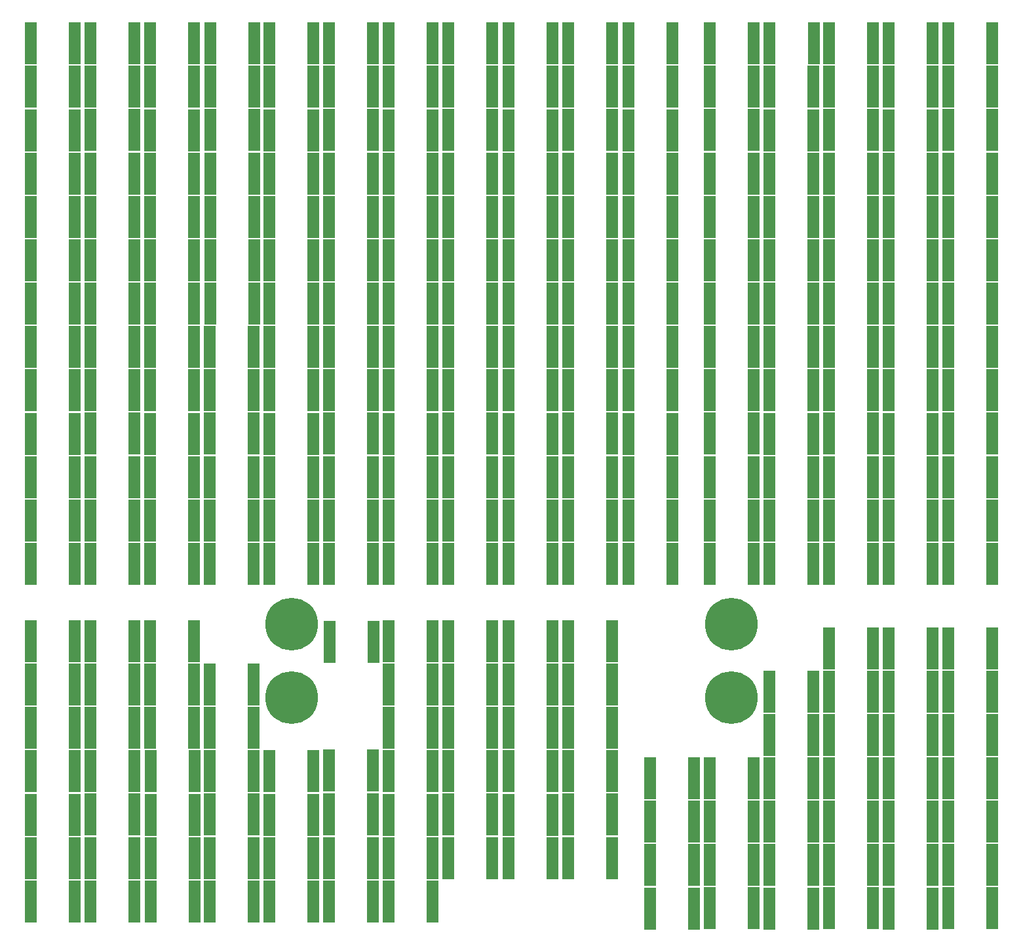
<source format=gbr>
G04 #@! TF.GenerationSoftware,KiCad,Pcbnew,(5.0.0)*
G04 #@! TF.CreationDate,2019-05-01T16:30:08-07:00*
G04 #@! TF.ProjectId,SSB Cap Board,5353422043617020426F6172642E6B69,rev?*
G04 #@! TF.SameCoordinates,Original*
G04 #@! TF.FileFunction,Soldermask,Top*
G04 #@! TF.FilePolarity,Negative*
%FSLAX46Y46*%
G04 Gerber Fmt 4.6, Leading zero omitted, Abs format (unit mm)*
G04 Created by KiCad (PCBNEW (5.0.0)) date 05/01/19 16:30:08*
%MOMM*%
%LPD*%
G01*
G04 APERTURE LIST*
%ADD10R,1.650000X5.400000*%
%ADD11C,6.800000*%
%ADD12C,1.200000*%
G04 APERTURE END LIST*
D10*
G04 #@! TO.C,C864*
X54395000Y25295000D03*
X48695000Y25295000D03*
G04 #@! TD*
G04 #@! TO.C,C849*
X56405000Y25305000D03*
X62105000Y25305000D03*
G04 #@! TD*
G04 #@! TO.C,C846*
X38995000Y25295000D03*
X33295000Y25295000D03*
G04 #@! TD*
G04 #@! TO.C,C967*
X41005000Y25305000D03*
X46705000Y25305000D03*
G04 #@! TD*
G04 #@! TO.C,C343*
X-41005000Y31795000D03*
X-46705000Y31795000D03*
G04 #@! TD*
G04 #@! TO.C,C337*
X-8195000Y109005000D03*
X-2495000Y109005000D03*
G04 #@! TD*
G04 #@! TO.C,C1*
X-41005000Y52995000D03*
X-46705000Y52995000D03*
G04 #@! TD*
G04 #@! TO.C,C326*
X-10205000Y108995000D03*
X-15905000Y108995000D03*
G04 #@! TD*
G04 #@! TO.C,C273*
X-54395000Y9405000D03*
X-48695000Y9405000D03*
G04 #@! TD*
G04 #@! TO.C,C264*
X-8195000Y3805000D03*
X-2495000Y3805000D03*
G04 #@! TD*
G04 #@! TO.C,C262*
X-56405000Y26195000D03*
X-62105000Y26195000D03*
G04 #@! TD*
G04 #@! TO.C,C261*
X-54395000Y-1795000D03*
X-48695000Y-1795000D03*
G04 #@! TD*
G04 #@! TO.C,C260*
X-25605000Y9395000D03*
X-31305000Y9395000D03*
G04 #@! TD*
G04 #@! TO.C,C259*
X-40905000Y14995000D03*
X-46605000Y14995000D03*
G04 #@! TD*
G04 #@! TO.C,C258*
X-38995000Y20605000D03*
X-33295000Y20605000D03*
G04 #@! TD*
G04 #@! TO.C,C257*
X-23595000Y-1795000D03*
X-17895000Y-1795000D03*
G04 #@! TD*
G04 #@! TO.C,C255*
X5295000Y108995000D03*
X-405000Y108995000D03*
G04 #@! TD*
G04 #@! TO.C,C314*
X-56405000Y20595000D03*
X-62105000Y20595000D03*
G04 #@! TD*
G04 #@! TO.C,C266*
X-54395000Y3805000D03*
X-48695000Y3805000D03*
G04 #@! TD*
G04 #@! TO.C,C265*
X-25605000Y3795000D03*
X-31305000Y3795000D03*
G04 #@! TD*
G04 #@! TO.C,C311*
X-40905000Y9395000D03*
X-46605000Y9395000D03*
G04 #@! TD*
G04 #@! TO.C,C310*
X-38995000Y26205000D03*
X-33295000Y26205000D03*
G04 #@! TD*
G04 #@! TO.C,C309*
X-23595000Y3805000D03*
X-17895000Y3805000D03*
G04 #@! TD*
G04 #@! TO.C,C308*
X-56405000Y86595000D03*
X-62105000Y86595000D03*
G04 #@! TD*
G04 #@! TO.C,C304*
X-56405000Y14995000D03*
X-62105000Y14995000D03*
G04 #@! TD*
G04 #@! TO.C,C303*
X-23595000Y109005000D03*
X-17895000Y109005000D03*
G04 #@! TD*
G04 #@! TO.C,C302*
X-25605000Y-1805000D03*
X-31305000Y-1805000D03*
G04 #@! TD*
G04 #@! TO.C,C301*
X-40905000Y3795000D03*
X-46605000Y3795000D03*
G04 #@! TD*
G04 #@! TO.C,C283*
X-38995000Y-1795000D03*
X-33295000Y-1795000D03*
G04 #@! TD*
G04 #@! TO.C,C282*
X-56405000Y80995000D03*
X-62105000Y80995000D03*
G04 #@! TD*
G04 #@! TO.C,C295*
X-56405000Y9395000D03*
X-62105000Y9395000D03*
G04 #@! TD*
G04 #@! TO.C,C294*
X-54395000Y15005000D03*
X-48695000Y15005000D03*
G04 #@! TD*
G04 #@! TO.C,C293*
X-23595000Y9405000D03*
X-17895000Y9405000D03*
G04 #@! TD*
G04 #@! TO.C,C292*
X-10205000Y31795000D03*
X-15905000Y31795000D03*
G04 #@! TD*
G04 #@! TO.C,C289*
X-56405000Y75395000D03*
X-62105000Y75395000D03*
G04 #@! TD*
G04 #@! TO.C,C287*
X-56405000Y3795000D03*
X-62105000Y3795000D03*
G04 #@! TD*
G04 #@! TO.C,C286*
X-54395000Y20605000D03*
X-48695000Y20605000D03*
G04 #@! TD*
G04 #@! TO.C,C285*
X-23595000Y15105000D03*
X-17895000Y15105000D03*
G04 #@! TD*
G04 #@! TO.C,C284*
X-10211000Y26195000D03*
X-15911000Y26195000D03*
G04 #@! TD*
G04 #@! TO.C,C299*
X-8195000Y9405000D03*
X-2495000Y9405000D03*
G04 #@! TD*
G04 #@! TO.C,C298*
X7305000Y3805000D03*
X13005000Y3805000D03*
G04 #@! TD*
G04 #@! TO.C,C281*
X-56405000Y69795000D03*
X-62105000Y69795000D03*
G04 #@! TD*
G04 #@! TO.C,C296*
X-56405000Y-1805000D03*
X-62105000Y-1805000D03*
G04 #@! TD*
G04 #@! TO.C,C377*
X-54395000Y26205000D03*
X-48695000Y26205000D03*
G04 #@! TD*
G04 #@! TO.C,C399*
X-10205000Y20595000D03*
X-15905000Y20595000D03*
G04 #@! TD*
G04 #@! TO.C,C398*
X-8195000Y15005000D03*
X-2495000Y15005000D03*
G04 #@! TD*
G04 #@! TO.C,C397*
X7305000Y9405000D03*
X13005000Y9405000D03*
G04 #@! TD*
G04 #@! TO.C,C396*
X-56405000Y64195000D03*
X-62105000Y64195000D03*
G04 #@! TD*
G04 #@! TO.C,C395*
X-54395000Y31805000D03*
X-48695000Y31805000D03*
G04 #@! TD*
G04 #@! TO.C,C390*
X-10205000Y14995000D03*
X-15905000Y14995000D03*
G04 #@! TD*
G04 #@! TO.C,C389*
X-8195000Y20605000D03*
X-2495000Y20605000D03*
G04 #@! TD*
G04 #@! TO.C,C388*
X7305000Y15005000D03*
X13005000Y15005000D03*
G04 #@! TD*
G04 #@! TO.C,C387*
X-56405000Y58595000D03*
X-62105000Y58595000D03*
G04 #@! TD*
G04 #@! TO.C,C386*
X-23504500Y31741500D03*
X-17804500Y31741500D03*
G04 #@! TD*
G04 #@! TO.C,C385*
X-10205000Y9395000D03*
X-15905000Y9395000D03*
G04 #@! TD*
G04 #@! TO.C,C384*
X-8195000Y26205000D03*
X-2495000Y26205000D03*
G04 #@! TD*
G04 #@! TO.C,C383*
X7305000Y20605000D03*
X13005000Y20605000D03*
G04 #@! TD*
G04 #@! TO.C,C382*
X-56405000Y52995000D03*
X-62105000Y52995000D03*
G04 #@! TD*
G04 #@! TO.C,C381*
X-10205000Y3795000D03*
X-15905000Y3795000D03*
G04 #@! TD*
G04 #@! TO.C,C380*
X-8195000Y31805000D03*
X-2495000Y31805000D03*
G04 #@! TD*
G04 #@! TO.C,C379*
X7305000Y26205000D03*
X13005000Y26205000D03*
G04 #@! TD*
G04 #@! TO.C,C378*
X-56405000Y47395000D03*
X-62105000Y47395000D03*
G04 #@! TD*
G04 #@! TO.C,C392*
X7305000Y31805000D03*
X13005000Y31805000D03*
G04 #@! TD*
G04 #@! TO.C,C93*
X-25605000Y58595000D03*
X-31305000Y58595000D03*
G04 #@! TD*
G04 #@! TO.C,C92*
X-38895000Y92205000D03*
X-33195000Y92205000D03*
G04 #@! TD*
G04 #@! TO.C,C91*
X-41005000Y47395000D03*
X-46705000Y47395000D03*
G04 #@! TD*
G04 #@! TO.C,C90*
X-54395000Y103405000D03*
X-48695000Y103405000D03*
G04 #@! TD*
G04 #@! TO.C,C89*
X-23595000Y47405000D03*
X-17895000Y47405000D03*
G04 #@! TD*
G04 #@! TO.C,C88*
X-10205000Y92195000D03*
X-15905000Y92195000D03*
G04 #@! TD*
G04 #@! TO.C,C87*
X-8195000Y58605000D03*
X-2495000Y58605000D03*
G04 #@! TD*
G04 #@! TO.C,C86*
X5295000Y80995000D03*
X-405000Y80995000D03*
G04 #@! TD*
G04 #@! TO.C,C85*
X7305000Y69805000D03*
X13005000Y69805000D03*
G04 #@! TD*
G04 #@! TO.C,C84*
X20795000Y69795000D03*
X15095000Y69795000D03*
G04 #@! TD*
G04 #@! TO.C,C83*
X-25605000Y64195000D03*
X-31305000Y64195000D03*
G04 #@! TD*
G04 #@! TO.C,C82*
X-38895000Y86605000D03*
X-33195000Y86605000D03*
G04 #@! TD*
G04 #@! TO.C,C81*
X-38895000Y81005000D03*
X-33195000Y81005000D03*
G04 #@! TD*
G04 #@! TO.C,C80*
X20795000Y64195000D03*
X15095000Y64195000D03*
G04 #@! TD*
G04 #@! TO.C,C251*
X-38995000Y3805000D03*
X-33295000Y3805000D03*
G04 #@! TD*
G04 #@! TO.C,C78*
X-25605000Y69795000D03*
X-31305000Y69795000D03*
G04 #@! TD*
G04 #@! TO.C,C77*
X20795000Y75395000D03*
X15095000Y75395000D03*
G04 #@! TD*
G04 #@! TO.C,C76*
X7305000Y64205000D03*
X13005000Y64205000D03*
G04 #@! TD*
G04 #@! TO.C,C75*
X-41005000Y58595000D03*
X-46705000Y58595000D03*
G04 #@! TD*
G04 #@! TO.C,C74*
X5295000Y86595000D03*
X-405000Y86595000D03*
G04 #@! TD*
G04 #@! TO.C,C73*
X-8195000Y53005000D03*
X-2495000Y53005000D03*
G04 #@! TD*
G04 #@! TO.C,C72*
X-10205000Y97795000D03*
X-15905000Y97795000D03*
G04 #@! TD*
G04 #@! TO.C,C71*
X5295000Y3795000D03*
X-405000Y3795000D03*
G04 #@! TD*
G04 #@! TO.C,C70*
X-54395000Y97805000D03*
X-48695000Y97805000D03*
G04 #@! TD*
G04 #@! TO.C,C68*
X-23595000Y41805000D03*
X-17895000Y41805000D03*
G04 #@! TD*
G04 #@! TO.C,C252*
X-56405000Y41795000D03*
X-62105000Y41795000D03*
G04 #@! TD*
G04 #@! TO.C,C120*
X-41005000Y108995000D03*
X-46705000Y108995000D03*
G04 #@! TD*
G04 #@! TO.C,C119*
X-56405000Y103395000D03*
X-62105000Y103395000D03*
G04 #@! TD*
G04 #@! TO.C,C118*
X-54395000Y69805000D03*
X-48695000Y69805000D03*
G04 #@! TD*
G04 #@! TO.C,C108*
X5295000Y31795000D03*
X-405000Y31795000D03*
G04 #@! TD*
G04 #@! TO.C,C106*
X-41005000Y103395000D03*
X-46705000Y103395000D03*
G04 #@! TD*
G04 #@! TO.C,C105*
X-56405000Y92195000D03*
X-62105000Y92195000D03*
G04 #@! TD*
G04 #@! TO.C,C97*
X-38895000Y109005000D03*
X-33195000Y109005000D03*
G04 #@! TD*
G04 #@! TO.C,C96*
X-41005000Y97795000D03*
X-46705000Y97795000D03*
G04 #@! TD*
G04 #@! TO.C,C95*
X-54395000Y47405000D03*
X-48695000Y47405000D03*
G04 #@! TD*
G04 #@! TO.C,C110*
X-25605000Y108995000D03*
X-31305000Y108995000D03*
G04 #@! TD*
G04 #@! TO.C,C23*
X20795000Y108995000D03*
X15095000Y108995000D03*
G04 #@! TD*
G04 #@! TO.C,C22*
X-54395000Y53005000D03*
X-48695000Y53005000D03*
G04 #@! TD*
G04 #@! TO.C,C16*
X-54395000Y58605000D03*
X-48695000Y58605000D03*
G04 #@! TD*
G04 #@! TO.C,C62*
X-41005000Y92195000D03*
X-46705000Y92195000D03*
G04 #@! TD*
G04 #@! TO.C,C2*
X-38995000Y47405000D03*
X-33295000Y47405000D03*
G04 #@! TD*
G04 #@! TO.C,C3*
X20795000Y103395000D03*
X15095000Y103395000D03*
G04 #@! TD*
G04 #@! TO.C,C4*
X-25605000Y103395000D03*
X-31305000Y103395000D03*
G04 #@! TD*
G04 #@! TO.C,C10*
X-10205000Y-1805000D03*
X-15905000Y-1805000D03*
G04 #@! TD*
G04 #@! TO.C,C11*
X-54395000Y64205000D03*
X-48695000Y64205000D03*
G04 #@! TD*
G04 #@! TO.C,C12*
X-41005000Y86595000D03*
X-46705000Y86595000D03*
G04 #@! TD*
G04 #@! TO.C,C13*
X-38995000Y53005000D03*
X-33295000Y53005000D03*
G04 #@! TD*
G04 #@! TO.C,C14*
X-25605000Y97795000D03*
X-31305000Y97795000D03*
G04 #@! TD*
G04 #@! TO.C,C15*
X-54395000Y75405000D03*
X-48695000Y75405000D03*
G04 #@! TD*
G04 #@! TO.C,C31*
X-41005000Y80995000D03*
X-46705000Y80995000D03*
G04 #@! TD*
G04 #@! TO.C,C61*
X-38995000Y58605000D03*
X-33295000Y58605000D03*
G04 #@! TD*
G04 #@! TO.C,C60*
X-25605000Y92195000D03*
X-31305000Y92195000D03*
G04 #@! TD*
G04 #@! TO.C,C59*
X20795000Y97795000D03*
X15095000Y97795000D03*
G04 #@! TD*
G04 #@! TO.C,C53*
X5295000Y26195000D03*
X-405000Y26195000D03*
G04 #@! TD*
G04 #@! TO.C,C51*
X-41005000Y75395000D03*
X-46705000Y75395000D03*
G04 #@! TD*
G04 #@! TO.C,C50*
X-38995000Y64205000D03*
X-33295000Y64205000D03*
G04 #@! TD*
G04 #@! TO.C,C49*
X-25605000Y86595000D03*
X-31305000Y86595000D03*
G04 #@! TD*
G04 #@! TO.C,C63*
X20795000Y92195000D03*
X15095000Y92195000D03*
G04 #@! TD*
G04 #@! TO.C,C47*
X7305000Y47405000D03*
X13005000Y47405000D03*
G04 #@! TD*
G04 #@! TO.C,C45*
X5295000Y103395000D03*
X-405000Y103395000D03*
G04 #@! TD*
G04 #@! TO.C,C44*
X7305000Y41805000D03*
X13005000Y41805000D03*
G04 #@! TD*
G04 #@! TO.C,C43*
X-38995000Y41805000D03*
X-33295000Y41805000D03*
G04 #@! TD*
G04 #@! TO.C,C41*
X-8195000Y41805000D03*
X-2495000Y41805000D03*
G04 #@! TD*
G04 #@! TO.C,C40*
X-10205000Y103395000D03*
X-15905000Y103395000D03*
G04 #@! TD*
G04 #@! TO.C,C39*
X5295000Y9395000D03*
X-405000Y9395000D03*
G04 #@! TD*
G04 #@! TO.C,C38*
X-8195000Y69805000D03*
X-2495000Y69805000D03*
G04 #@! TD*
G04 #@! TO.C,C37*
X5295000Y58595000D03*
X-405000Y58595000D03*
G04 #@! TD*
G04 #@! TO.C,C36*
X-8195000Y81005000D03*
X-2495000Y81005000D03*
G04 #@! TD*
G04 #@! TO.C,C35*
X-10205000Y69795000D03*
X-15905000Y69795000D03*
G04 #@! TD*
G04 #@! TO.C,C34*
X-23595000Y69805000D03*
X-17895000Y69805000D03*
G04 #@! TD*
G04 #@! TO.C,C94*
X20795000Y41795000D03*
X15095000Y41795000D03*
G04 #@! TD*
G04 #@! TO.C,C32*
X7305000Y97805000D03*
X13005000Y97805000D03*
G04 #@! TD*
G04 #@! TO.C,C33*
X5295000Y52995000D03*
X-405000Y52995000D03*
G04 #@! TD*
G04 #@! TO.C,C46*
X-23595000Y86605000D03*
X-17895000Y86605000D03*
G04 #@! TD*
G04 #@! TO.C,C215*
X-40905000Y-1805000D03*
X-46605000Y-1805000D03*
G04 #@! TD*
G04 #@! TO.C,C213*
X-38995000Y15005000D03*
X-33295000Y15005000D03*
G04 #@! TD*
G04 #@! TO.C,C212*
X-41005000Y20595000D03*
X-46705000Y20595000D03*
G04 #@! TD*
G04 #@! TO.C,C211*
X-25605000Y14995000D03*
X-31305000Y14995000D03*
G04 #@! TD*
G04 #@! TO.C,C209*
X-56405000Y31795000D03*
X-62105000Y31795000D03*
G04 #@! TD*
G04 #@! TO.C,C125*
X-10205000Y64195000D03*
X-15905000Y64195000D03*
G04 #@! TD*
G04 #@! TO.C,C203*
X-38995000Y9405000D03*
X-33295000Y9405000D03*
G04 #@! TD*
G04 #@! TO.C,C201*
X-41005000Y26195000D03*
X-46705000Y26195000D03*
G04 #@! TD*
G04 #@! TO.C,C200*
X-23595000Y75405000D03*
X-17895000Y75405000D03*
G04 #@! TD*
G04 #@! TO.C,C199*
X7305000Y103405000D03*
X13005000Y103405000D03*
G04 #@! TD*
G04 #@! TO.C,C198*
X-23595000Y103405000D03*
X-17895000Y103405000D03*
G04 #@! TD*
G04 #@! TO.C,C197*
X-8195000Y92205000D03*
X-2495000Y92205000D03*
G04 #@! TD*
G04 #@! TO.C,C196*
X-10205000Y58595000D03*
X-15905000Y58595000D03*
G04 #@! TD*
G04 #@! TO.C,C195*
X-23595000Y81005000D03*
X-17895000Y81005000D03*
G04 #@! TD*
G04 #@! TO.C,C194*
X5295000Y41795000D03*
X-405000Y41795000D03*
G04 #@! TD*
G04 #@! TO.C,C193*
X-8195000Y97805000D03*
X-2495000Y97805000D03*
G04 #@! TD*
G04 #@! TO.C,C192*
X-10205000Y52995000D03*
X-15905000Y52995000D03*
G04 #@! TD*
G04 #@! TO.C,C191*
X-8195000Y86605000D03*
X-2495000Y86605000D03*
G04 #@! TD*
G04 #@! TO.C,C190*
X5295000Y20595000D03*
X-405000Y20595000D03*
G04 #@! TD*
G04 #@! TO.C,C126*
X-54395000Y81005000D03*
X-48695000Y81005000D03*
G04 #@! TD*
G04 #@! TO.C,C48*
X-41005000Y69795000D03*
X-46705000Y69795000D03*
G04 #@! TD*
G04 #@! TO.C,C155*
X-25605000Y80995000D03*
X-31305000Y80995000D03*
G04 #@! TD*
G04 #@! TO.C,C154*
X20795000Y86595000D03*
X15095000Y86595000D03*
G04 #@! TD*
G04 #@! TO.C,C153*
X7305000Y53005000D03*
X13005000Y53005000D03*
G04 #@! TD*
G04 #@! TO.C,C152*
X5295000Y97795000D03*
X-405000Y97795000D03*
G04 #@! TD*
G04 #@! TO.C,C149*
X-54395000Y92205000D03*
X-48695000Y92205000D03*
G04 #@! TD*
G04 #@! TO.C,C148*
X5295000Y14995000D03*
X-405000Y14995000D03*
G04 #@! TD*
G04 #@! TO.C,C147*
X-54395000Y86605000D03*
X-48695000Y86605000D03*
G04 #@! TD*
G04 #@! TO.C,C146*
X-41005000Y64195000D03*
X-46705000Y64195000D03*
G04 #@! TD*
G04 #@! TO.C,C145*
X-38895000Y75405000D03*
X-33195000Y75405000D03*
G04 #@! TD*
G04 #@! TO.C,C144*
X-25605000Y75395000D03*
X-31305000Y75395000D03*
G04 #@! TD*
G04 #@! TO.C,C143*
X20795000Y80995000D03*
X15095000Y80995000D03*
G04 #@! TD*
G04 #@! TO.C,C142*
X7305000Y58605000D03*
X13005000Y58605000D03*
G04 #@! TD*
G04 #@! TO.C,C188*
X5295000Y92195000D03*
X-405000Y92195000D03*
G04 #@! TD*
G04 #@! TO.C,C140*
X-8195000Y47405000D03*
X-2495000Y47405000D03*
G04 #@! TD*
G04 #@! TO.C,C139*
X-23595000Y53005000D03*
X-17895000Y53005000D03*
G04 #@! TD*
G04 #@! TO.C,C138*
X20795000Y52995000D03*
X15095000Y52995000D03*
G04 #@! TD*
G04 #@! TO.C,C137*
X7305000Y86605000D03*
X13005000Y86605000D03*
G04 #@! TD*
G04 #@! TO.C,C136*
X5295000Y64195000D03*
X-405000Y64195000D03*
G04 #@! TD*
G04 #@! TO.C,C135*
X-8195000Y75405000D03*
X-2495000Y75405000D03*
G04 #@! TD*
G04 #@! TO.C,C134*
X-10205000Y75395000D03*
X-15905000Y75395000D03*
G04 #@! TD*
G04 #@! TO.C,C133*
X-23595000Y64205000D03*
X-17895000Y64205000D03*
G04 #@! TD*
G04 #@! TO.C,C132*
X-25605000Y41795000D03*
X-31305000Y41795000D03*
G04 #@! TD*
G04 #@! TO.C,C131*
X20795000Y47395000D03*
X15095000Y47395000D03*
G04 #@! TD*
G04 #@! TO.C,C128*
X7305000Y109005000D03*
X13005000Y109005000D03*
G04 #@! TD*
G04 #@! TO.C,C127*
X-54395000Y109005000D03*
X-48695000Y109005000D03*
G04 #@! TD*
G04 #@! TO.C,C189*
X-56405000Y97795000D03*
X-62105000Y97795000D03*
G04 #@! TD*
G04 #@! TO.C,C180*
X-54395000Y41805000D03*
X-48695000Y41805000D03*
G04 #@! TD*
G04 #@! TO.C,C179*
X-8195000Y103405000D03*
X-2495000Y103405000D03*
G04 #@! TD*
G04 #@! TO.C,C178*
X-10205000Y47395000D03*
X-15905000Y47395000D03*
G04 #@! TD*
G04 #@! TO.C,C177*
X-23595000Y92205000D03*
X-17895000Y92205000D03*
G04 #@! TD*
G04 #@! TO.C,C176*
X-10205000Y41795000D03*
X-15905000Y41795000D03*
G04 #@! TD*
G04 #@! TO.C,C175*
X-23595000Y97805000D03*
X-17895000Y97805000D03*
G04 #@! TD*
G04 #@! TO.C,C157*
X5295000Y47395000D03*
X-405000Y47395000D03*
G04 #@! TD*
G04 #@! TO.C,C156*
X7305000Y75405000D03*
X13005000Y75405000D03*
G04 #@! TD*
G04 #@! TO.C,C171*
X5295000Y75395000D03*
X-405000Y75395000D03*
G04 #@! TD*
G04 #@! TO.C,C170*
X-8195000Y64205000D03*
X-2495000Y64205000D03*
G04 #@! TD*
G04 #@! TO.C,C169*
X-10205000Y86595000D03*
X-15905000Y86595000D03*
G04 #@! TD*
G04 #@! TO.C,C168*
X-25605000Y47395000D03*
X-31305000Y47395000D03*
G04 #@! TD*
G04 #@! TO.C,C167*
X-41005000Y41795000D03*
X-46705000Y41795000D03*
G04 #@! TD*
G04 #@! TO.C,C166*
X-38895000Y97805000D03*
X-33195000Y97805000D03*
G04 #@! TD*
G04 #@! TO.C,C165*
X-25605000Y52995000D03*
X-31305000Y52995000D03*
G04 #@! TD*
G04 #@! TO.C,C164*
X20795000Y58595000D03*
X15095000Y58595000D03*
G04 #@! TD*
G04 #@! TO.C,C163*
X7305000Y81005000D03*
X13005000Y81005000D03*
G04 #@! TD*
G04 #@! TO.C,C162*
X5295000Y69795000D03*
X-405000Y69795000D03*
G04 #@! TD*
G04 #@! TO.C,C161*
X7305000Y92205000D03*
X13005000Y92205000D03*
G04 #@! TD*
G04 #@! TO.C,C160*
X-10205000Y80995000D03*
X-15905000Y80995000D03*
G04 #@! TD*
G04 #@! TO.C,C174*
X-23595000Y58605000D03*
X-17895000Y58605000D03*
G04 #@! TD*
G04 #@! TO.C,C172*
X-38895000Y103405000D03*
X-33195000Y103405000D03*
G04 #@! TD*
G04 #@! TO.C,C841*
X54395000Y108995000D03*
X48695000Y108995000D03*
G04 #@! TD*
G04 #@! TO.C,C840*
X38995000Y80995000D03*
X33295000Y80995000D03*
G04 #@! TD*
G04 #@! TO.C,C839*
X54395000Y92195000D03*
X48695000Y92195000D03*
G04 #@! TD*
G04 #@! TO.C,C838*
X41005000Y47405000D03*
X46705000Y47405000D03*
G04 #@! TD*
G04 #@! TO.C,C837*
X25605000Y47405000D03*
X31305000Y47405000D03*
G04 #@! TD*
G04 #@! TO.C,C835*
X56405000Y47405000D03*
X62105000Y47405000D03*
G04 #@! TD*
G04 #@! TO.C,C834*
X41005000Y53005000D03*
X46705000Y53005000D03*
G04 #@! TD*
G04 #@! TO.C,C833*
X54395000Y86595000D03*
X48695000Y86595000D03*
G04 #@! TD*
G04 #@! TO.C,C832*
X25605000Y75405000D03*
X31305000Y75405000D03*
G04 #@! TD*
G04 #@! TO.C,C827*
X56405000Y41805000D03*
X62105000Y41805000D03*
G04 #@! TD*
G04 #@! TO.C,C825*
X38995000Y75395000D03*
X33295000Y75395000D03*
G04 #@! TD*
G04 #@! TO.C,C820*
X54395000Y14095000D03*
X48695000Y14095000D03*
G04 #@! TD*
G04 #@! TO.C,C819*
X23595000Y14095000D03*
X17895000Y14095000D03*
G04 #@! TD*
G04 #@! TO.C,C818*
X25605000Y53005000D03*
X31305000Y53005000D03*
G04 #@! TD*
G04 #@! TO.C,C872*
X54395000Y19695000D03*
X48695000Y19695000D03*
G04 #@! TD*
G04 #@! TO.C,C870*
X56405000Y109005000D03*
X62105000Y109005000D03*
G04 #@! TD*
G04 #@! TO.C,C173*
X-56405000Y108995000D03*
X-62105000Y108995000D03*
G04 #@! TD*
G04 #@! TO.C,C860*
X41005000Y2905000D03*
X46705000Y2905000D03*
G04 #@! TD*
G04 #@! TO.C,C859*
X56405000Y58605000D03*
X62105000Y58605000D03*
G04 #@! TD*
G04 #@! TO.C,C858*
X41005000Y64205000D03*
X46705000Y64205000D03*
G04 #@! TD*
G04 #@! TO.C,C857*
X54395000Y75395000D03*
X48695000Y75395000D03*
G04 #@! TD*
G04 #@! TO.C,C856*
X38995000Y64195000D03*
X33295000Y64195000D03*
G04 #@! TD*
G04 #@! TO.C,C855*
X25605000Y81005000D03*
X31305000Y81005000D03*
G04 #@! TD*
G04 #@! TO.C,C848*
X56405000Y53005000D03*
X62105000Y53005000D03*
G04 #@! TD*
G04 #@! TO.C,C847*
X41005000Y58605000D03*
X46705000Y58605000D03*
G04 #@! TD*
G04 #@! TO.C,C862*
X54395000Y80995000D03*
X48695000Y80995000D03*
G04 #@! TD*
G04 #@! TO.C,C845*
X38995000Y69795000D03*
X33295000Y69795000D03*
G04 #@! TD*
G04 #@! TO.C,C813*
X25605000Y69805000D03*
X31305000Y69805000D03*
G04 #@! TD*
G04 #@! TO.C,C806*
X56405000Y8505000D03*
X62105000Y8505000D03*
G04 #@! TD*
G04 #@! TO.C,C805*
X41005000Y-2695000D03*
X46705000Y-2695000D03*
G04 #@! TD*
G04 #@! TO.C,C801*
X41005000Y41805000D03*
X46705000Y41805000D03*
G04 #@! TD*
G04 #@! TO.C,C966*
X41005000Y8505000D03*
X46705000Y8505000D03*
G04 #@! TD*
G04 #@! TO.C,C965*
X38995000Y19695000D03*
X33295000Y19695000D03*
G04 #@! TD*
G04 #@! TO.C,C961*
X38995000Y47395000D03*
X33295000Y47395000D03*
G04 #@! TD*
G04 #@! TO.C,C960*
X25605000Y92205000D03*
X31305000Y92205000D03*
G04 #@! TD*
G04 #@! TO.C,C959*
X38995000Y52995000D03*
X33295000Y52995000D03*
G04 #@! TD*
G04 #@! TO.C,C958*
X54395000Y64195000D03*
X48695000Y64195000D03*
G04 #@! TD*
G04 #@! TO.C,C957*
X41005000Y75405000D03*
X46705000Y75405000D03*
G04 #@! TD*
G04 #@! TO.C,C956*
X56405000Y69805000D03*
X62105000Y69805000D03*
G04 #@! TD*
G04 #@! TO.C,C955*
X41005000Y14105000D03*
X46705000Y14105000D03*
G04 #@! TD*
G04 #@! TO.C,C830*
X38995000Y14095000D03*
X33295000Y14095000D03*
G04 #@! TD*
G04 #@! TO.C,C952*
X25605000Y41805000D03*
X31305000Y41805000D03*
G04 #@! TD*
G04 #@! TO.C,C949*
X25605000Y97805000D03*
X31305000Y97805000D03*
G04 #@! TD*
G04 #@! TO.C,C943*
X56405000Y19705000D03*
X62105000Y19705000D03*
G04 #@! TD*
G04 #@! TO.C,C942*
X56405000Y30905000D03*
X62105000Y30905000D03*
G04 #@! TD*
G04 #@! TO.C,C954*
X25605000Y-2695000D03*
X31305000Y-2695000D03*
G04 #@! TD*
G04 #@! TO.C,C997*
X54395000Y58595000D03*
X48695000Y58595000D03*
G04 #@! TD*
G04 #@! TO.C,C996*
X41005000Y81005000D03*
X46705000Y81005000D03*
G04 #@! TD*
G04 #@! TO.C,C995*
X56405000Y75405000D03*
X62105000Y75405000D03*
G04 #@! TD*
G04 #@! TO.C,C994*
X41005000Y19705000D03*
X46705000Y19705000D03*
G04 #@! TD*
G04 #@! TO.C,C993*
X38995000Y8495000D03*
X33295000Y8495000D03*
G04 #@! TD*
G04 #@! TO.C,C989*
X25605000Y103405000D03*
X31305000Y103405000D03*
G04 #@! TD*
G04 #@! TO.C,C988*
X23595000Y-2705000D03*
X17895000Y-2705000D03*
G04 #@! TD*
G04 #@! TO.C,C987*
X38995000Y41795000D03*
X33295000Y41795000D03*
G04 #@! TD*
G04 #@! TO.C,C158*
X-38995000Y69805000D03*
X-33295000Y69805000D03*
G04 #@! TD*
G04 #@! TO.C,C969*
X56405000Y-2695000D03*
X62105000Y-2695000D03*
G04 #@! TD*
G04 #@! TO.C,C984*
X41005000Y86605000D03*
X46705000Y86605000D03*
G04 #@! TD*
G04 #@! TO.C,C983*
X56405000Y81005000D03*
X62105000Y81005000D03*
G04 #@! TD*
G04 #@! TO.C,C982*
X56405000Y64205000D03*
X62105000Y64205000D03*
G04 #@! TD*
G04 #@! TO.C,C981*
X38995000Y2895000D03*
X33295000Y2895000D03*
G04 #@! TD*
G04 #@! TO.C,C976*
X25605000Y109005000D03*
X31305000Y109005000D03*
G04 #@! TD*
G04 #@! TO.C,C975*
X54395000Y47395000D03*
X48695000Y47395000D03*
G04 #@! TD*
G04 #@! TO.C,C974*
X41005000Y92205000D03*
X46705000Y92205000D03*
G04 #@! TD*
G04 #@! TO.C,C973*
X56405000Y86605000D03*
X62105000Y86605000D03*
G04 #@! TD*
G04 #@! TO.C,C972*
X41005000Y109005000D03*
X46705000Y109005000D03*
G04 #@! TD*
G04 #@! TO.C,C970*
X25605000Y86605000D03*
X31305000Y86605000D03*
G04 #@! TD*
G04 #@! TO.C,C985*
X38995000Y58595000D03*
X33295000Y58595000D03*
G04 #@! TD*
G04 #@! TO.C,C904*
X54395000Y69795000D03*
X48695000Y69795000D03*
G04 #@! TD*
G04 #@! TO.C,C903*
X41005000Y69805000D03*
X46705000Y69805000D03*
G04 #@! TD*
G04 #@! TO.C,C897*
X56405000Y103405000D03*
X62105000Y103405000D03*
G04 #@! TD*
G04 #@! TO.C,C896*
X56405000Y14105000D03*
X62105000Y14105000D03*
G04 #@! TD*
G04 #@! TO.C,C894*
X54395000Y52995000D03*
X48695000Y52995000D03*
G04 #@! TD*
G04 #@! TO.C,C893*
X38995000Y97795000D03*
X33295000Y97795000D03*
G04 #@! TD*
G04 #@! TO.C,C939*
X23595000Y8495000D03*
X17895000Y8495000D03*
G04 #@! TD*
G04 #@! TO.C,C938*
X54395000Y8495000D03*
X48695000Y8495000D03*
G04 #@! TD*
G04 #@! TO.C,C886*
X38995000Y92195000D03*
X33295000Y92195000D03*
G04 #@! TD*
G04 #@! TO.C,C884*
X25605000Y64205000D03*
X31305000Y64205000D03*
G04 #@! TD*
G04 #@! TO.C,C883*
X54395000Y-2705000D03*
X48695000Y-2705000D03*
G04 #@! TD*
G04 #@! TO.C,C882*
X23595000Y2895000D03*
X17895000Y2895000D03*
G04 #@! TD*
G04 #@! TO.C,C881*
X54395000Y103395000D03*
X48695000Y103395000D03*
G04 #@! TD*
G04 #@! TO.C,C880*
X54395000Y2895000D03*
X48695000Y2895000D03*
G04 #@! TD*
G04 #@! TO.C,C936*
X25605000Y58605000D03*
X31305000Y58605000D03*
G04 #@! TD*
G04 #@! TO.C,C935*
X38995000Y86595000D03*
X33295000Y86595000D03*
G04 #@! TD*
G04 #@! TO.C,C934*
X54395000Y97795000D03*
X48695000Y97795000D03*
G04 #@! TD*
G04 #@! TO.C,C930*
X25605000Y2905000D03*
X31305000Y2905000D03*
G04 #@! TD*
G04 #@! TO.C,C926*
X25605000Y8505000D03*
X31305000Y8505000D03*
G04 #@! TD*
G04 #@! TO.C,C986*
X25605000Y14105000D03*
X31305000Y14105000D03*
G04 #@! TD*
G04 #@! TO.C,C905*
X38995000Y103395000D03*
X33295000Y103395000D03*
G04 #@! TD*
G04 #@! TO.C,C919*
X38995000Y-2705000D03*
X33295000Y-2705000D03*
G04 #@! TD*
G04 #@! TO.C,C918*
X41005000Y30905000D03*
X46705000Y30905000D03*
G04 #@! TD*
G04 #@! TO.C,C915*
X39045000Y108995000D03*
X33345000Y108995000D03*
G04 #@! TD*
G04 #@! TO.C,C914*
X54395000Y41795000D03*
X48695000Y41795000D03*
G04 #@! TD*
G04 #@! TO.C,C913*
X41005000Y97805000D03*
X46705000Y97805000D03*
G04 #@! TD*
G04 #@! TO.C,C912*
X56405000Y92205000D03*
X62105000Y92205000D03*
G04 #@! TD*
G04 #@! TO.C,C911*
X56405000Y2905000D03*
X62105000Y2905000D03*
G04 #@! TD*
G04 #@! TO.C,C908*
X54395000Y30895000D03*
X48695000Y30895000D03*
G04 #@! TD*
G04 #@! TO.C,C921*
X41005000Y103405000D03*
X46705000Y103405000D03*
G04 #@! TD*
G04 #@! TO.C,C1000*
X56405000Y97805000D03*
X62105000Y97805000D03*
G04 #@! TD*
D11*
G04 #@! TO.C,TP3*
X28400000Y34000000D03*
D12*
X30800000Y34000000D03*
X30097056Y32302944D03*
X28400000Y31600000D03*
X26702944Y32302944D03*
X26000000Y34000000D03*
X26702944Y35697056D03*
X28400000Y36400000D03*
X30097056Y35697056D03*
G04 #@! TD*
D11*
G04 #@! TO.C,TP4*
X28400000Y24500000D03*
D12*
X30800000Y24500000D03*
X30097056Y22802944D03*
X28400000Y22100000D03*
X26702944Y22802944D03*
X26000000Y24500000D03*
X26702944Y26197056D03*
X28400000Y26900000D03*
X30097056Y26197056D03*
G04 #@! TD*
D11*
G04 #@! TO.C,TP1*
X-28400000Y34000000D03*
D12*
X-26000000Y34000000D03*
X-26702944Y32302944D03*
X-28400000Y31600000D03*
X-30097056Y32302944D03*
X-30800000Y34000000D03*
X-30097056Y35697056D03*
X-28400000Y36400000D03*
X-26702944Y35697056D03*
G04 #@! TD*
D11*
G04 #@! TO.C,TP2*
X-28400000Y24500000D03*
D12*
X-26000000Y24500000D03*
X-26702944Y22802944D03*
X-28400000Y22100000D03*
X-30097056Y22802944D03*
X-30800000Y24500000D03*
X-30097056Y26197056D03*
X-28400000Y26900000D03*
X-26702944Y26197056D03*
G04 #@! TD*
M02*

</source>
